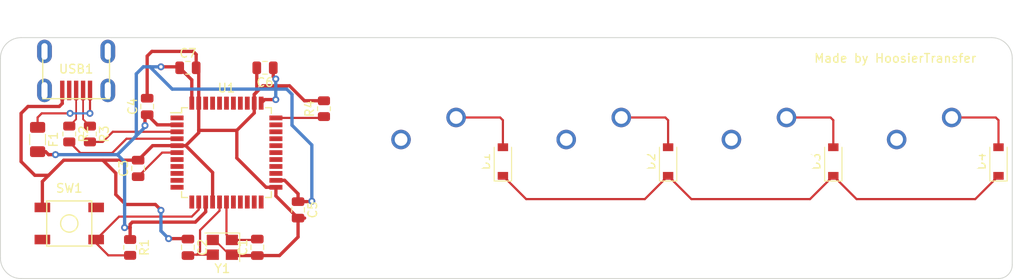
<source format=kicad_pcb>
(kicad_pcb (version 20211014) (generator pcbnew)
  (layers (0 "F.Cu" signal) (31 "B.Cu" signal) (34 "B.Paste" user) (35 "F.Paste" user) (36 "B.SilkS" user "B.Silkscreen") (37 "F.SilkS" user "F.Silkscreen") (38 "B.Mask" user) (39 "F.Mask" user) (44 "Edge.Cuts" user))
  (net 0 "")
  (net 1 "GND")
  (net 2 "Net-(C1-Pad2)")
  (net 3 "Net-(C2-Pad2)")
  (net 4 "Net-(C3-Pad1)")
  (net 5 "+5V")
  (net 6 "ROW0")
  (net 7 "Net-(D1-Pad2)")
  (net 8 "Net-(D2-Pad2)")
  (net 9 "Net-(D3-Pad2)")
  (net 10 "Net-(D4-Pad2)")
  (net 11 "VCC")
  (net 12 "COL0")
  (net 13 "COL1")
  (net 14 "COL2")
  (net 15 "COL3")
  (net 16 "Net-(R1-Pad2)")
  (net 17 "D+")
  (net 18 "Net-(R2-Pad2)")
  (net 19 "D-")
  (net 20 "Net-(R3-Pad2)")
  (net 21 "Net-(R4-Pad1)")
  (footprint "Capacitor_SMD:C_0805_2012Metric" (layer "F.Cu") (at 73.215 94.473 -90)
    (fp_text reference "C5" (at 0 -1.68 90) (layer "F.SilkS"))
    (fp_text value "0.1uF")
    (fp_line (start -0.261252 -0.735) (end 0.261252 -0.735) (layer "F.SilkS") (width 0.12))
    (fp_line (start -0.261252 0.735) (end 0.261252 0.735) (layer "F.SilkS") (width 0.12))
    (pad "1" smd roundrect (at -0.95 0 270) (size 1 1.45) (layers "F.Cu" "F.Paste" "F.Mask") (net 5 "+5V"))
    (pad "2" smd roundrect (at 0.95 0 270) (size 1 1.45) (layers "F.Cu" "F.Paste" "F.Mask") (net 1 "GND"))
  )
  (footprint "random-keyboard-parts:SKQG-1155865" (layer "F.Cu") (at 46.83125 96.04375 180)
    (fp_text reference "SW1" (at 0 4.064) (layer "F.SilkS"))
    (fp_text value "SW_Push")
    (fp_line (start -2.6 2.6) (end -2.6 -2.6) (layer "F.SilkS") (width 0.15))
    (fp_line (start 2.6 2.6) (end -2.6 2.6) (layer "F.SilkS") (width 0.15))
    (fp_line (start 2.6 -2.6) (end 2.6 2.6) (layer "F.SilkS") (width 0.15))
    (fp_line (start -2.6 -2.6) (end 2.6 -2.6) (layer "F.SilkS") (width 0.15))
    (fp_circle (center 0 0) (end 1 0) (layer "F.SilkS") (width 0.15) (fill none))
    (pad "1" smd rect locked (at 3.1 1.85 180) (size 1.8 1.1) (layers "F.Cu" "F.Paste" "F.Mask") (net 1 "GND"))
    (pad "2" smd rect locked (at -3.1 -1.85 180) (size 1.8 1.1) (layers "F.Cu" "F.Paste" "F.Mask") (net 16 "Net-(R1-Pad2)"))
    (pad "3" smd rect locked (at 3.1 -1.85 180) (size 1.8 1.1) (layers "F.Cu" "F.Paste" "F.Mask"))
    (pad "4" smd rect locked (at -3.1 1.85 180) (size 1.8 1.1) (layers "F.Cu" "F.Paste" "F.Mask"))
  )
  (footprint "Diode_SMD:D_SOD-123" (layer "F.Cu") (at 153.9875 88.9 90)
    (fp_text reference "D4" (at 0 -2 90) (layer "F.SilkS"))
    (fp_text value "SOD-123")
    (fp_line (start -2.25 -1) (end -2.25 1) (layer "F.SilkS") (width 0.12))
    (fp_line (start -2.25 1) (end 1.65 1) (layer "F.SilkS") (width 0.12))
    (fp_line (start -2.25 -1) (end 1.65 -1) (layer "F.SilkS") (width 0.12))
    (pad "1" smd rect (at -1.65 0 90) (size 0.9 1.2) (layers "F.Cu" "F.Paste" "F.Mask") (net 6 "ROW0"))
    (pad "2" smd rect (at 1.65 0 90) (size 0.9 1.2) (layers "F.Cu" "F.Paste" "F.Mask") (net 10 "Net-(D4-Pad2)"))
  )
  (footprint "Resistor_SMD:R_0805_2012Metric" (layer "F.Cu") (at 49.2125 85.725 -90)
    (fp_text reference "R3" (at 0 -1.65 90) (layer "F.SilkS"))
    (fp_text value "22")
    (fp_line (start -0.227064 -0.735) (end 0.227064 -0.735) (layer "F.SilkS") (width 0.12))
    (fp_line (start -0.227064 0.735) (end 0.227064 0.735) (layer "F.SilkS") (width 0.12))
    (pad "1" smd roundrect (at -0.9125 0 270) (size 1.025 1.4) (layers "F.Cu" "F.Paste" "F.Mask") (roundrect_rratio 0.243902) (net 19 "D-"))
    (pad "2" smd roundrect (at 0.9125 0 270) (size 1.025 1.4) (layers "F.Cu" "F.Paste" "F.Mask") (roundrect_rratio 0.243902) (net 20 "Net-(R3-Pad2)"))
  )
  (footprint "Capacitor_SMD:C_0805_2012Metric" (layer "F.Cu") (at 60.515 78.09)
    (fp_text reference "C7" (at 0 -1.68) (layer "F.SilkS"))
    (fp_text value "10uF")
    (fp_line (start -0.261252 0.735) (end 0.261252 0.735) (layer "F.SilkS") (width 0.12))
    (fp_line (start -0.261252 -0.735) (end 0.261252 -0.735) (layer "F.SilkS") (width 0.12))
    (pad "1" smd roundrect (at -0.95 0) (size 1 1.45) (layers "F.Cu" "F.Paste" "F.Mask") (net 5 "+5V"))
    (pad "2" smd roundrect (at 0.95 0) (size 1 1.45) (layers "F.Cu" "F.Paste" "F.Mask") (net 1 "GND"))
  )
  (footprint "Diode_SMD:D_SOD-123" (layer "F.Cu") (at 115.8875 88.9 90)
    (fp_text reference "D2" (at 0 -2 90) (layer "F.SilkS"))
    (fp_text value "SOD-123")
    (fp_line (start -2.25 -1) (end 1.65 -1) (layer "F.SilkS") (width 0.12))
    (fp_line (start -2.25 1) (end 1.65 1) (layer "F.SilkS") (width 0.12))
    (fp_line (start -2.25 -1) (end -2.25 1) (layer "F.SilkS") (width 0.12))
    (pad "1" smd rect (at -1.65 0 90) (size 0.9 1.2) (layers "F.Cu" "F.Paste" "F.Mask") (net 6 "ROW0"))
    (pad "2" smd rect (at 1.65 0 90) (size 0.9 1.2) (layers "F.Cu" "F.Paste" "F.Mask") (net 8 "Net-(D2-Pad2)"))
  )
  (footprint "MX_Only:MXOnly-1U-NoLED" (layer "F.Cu") (at 146.05 88.9)
    (fp_text reference "MX4")
    (fp_text value "MX-NoLED")
    (pad "" np_thru_hole circle locked (at 0 0) (size 3.9878 3.9878) (drill 3.9878) (layers *.Cu *.Mask))
    (pad "" np_thru_hole circle locked (at -5.08 0 48.0996) (size 1.75 1.75) (drill 1.75) (layers *.Cu *.Mask))
    (pad "" np_thru_hole circle locked (at 5.08 0 48.0996) (size 1.75 1.75) (drill 1.75) (layers *.Cu *.Mask))
    (pad "1" thru_hole circle locked (at -3.81 -2.54) (size 2.25 2.25) (drill 1.47) (layers *.Cu "B.Mask") (net 15 "COL3"))
    (pad "2" thru_hole circle locked (at 2.54 -5.08) (size 2.25 2.25) (drill 1.47) (layers *.Cu "B.Mask") (net 10 "Net-(D4-Pad2)"))
  )
  (footprint "Capacitor_SMD:C_0805_2012Metric" (layer "F.Cu") (at 68.516 98.791 90)
    (fp_text reference "C1" (at 0 -1.68 90) (layer "F.SilkS"))
    (fp_text value "22pF")
    (fp_line (start -0.261252 0.735) (end 0.261252 0.735) (layer "F.SilkS") (width 0.12))
    (fp_line (start -0.261252 -0.735) (end 0.261252 -0.735) (layer "F.SilkS") (width 0.12))
    (pad "1" smd roundrect (at -0.95 0 90) (size 1 1.45) (layers "F.Cu" "F.Paste" "F.Mask") (net 1 "GND"))
    (pad "2" smd roundrect (at 0.95 0 90) (size 1 1.45) (layers "F.Cu" "F.Paste" "F.Mask") (net 2 "Net-(C1-Pad2)"))
  )
  (footprint "Diode_SMD:D_SOD-123" (layer "F.Cu") (at 134.9375 88.9 90)
    (fp_text reference "D3" (at 0 -2 90) (layer "F.SilkS"))
    (fp_text value "SOD-123")
    (fp_line (start -2.25 1) (end 1.65 1) (layer "F.SilkS") (width 0.12))
    (fp_line (start -2.25 -1) (end -2.25 1) (layer "F.SilkS") (width 0.12))
    (fp_line (start -2.25 -1) (end 1.65 -1) (layer "F.SilkS") (width 0.12))
    (pad "1" smd rect (at -1.65 0 90) (size 0.9 1.2) (layers "F.Cu" "F.Paste" "F.Mask") (net 6 "ROW0"))
    (pad "2" smd rect (at 1.65 0 90) (size 0.9 1.2) (layers "F.Cu" "F.Paste" "F.Mask") (net 9 "Net-(D3-Pad2)"))
  )
  (footprint "Capacitor_SMD:C_0805_2012Metric" (layer "F.Cu") (at 54.76875 89.69375 90)
    (fp_text reference "C3" (at 0 -1.68 90) (layer "F.SilkS"))
    (fp_text value "1uF")
    (fp_line (start -0.261252 -0.735) (end 0.261252 -0.735) (layer "F.SilkS") (width 0.12))
    (fp_line (start -0.261252 0.735) (end 0.261252 0.735) (layer "F.SilkS") (width 0.12))
    (pad "1" smd roundrect (at -0.95 0 90) (size 1 1.45) (layers "F.Cu" "F.Paste" "F.Mask") (net 4 "Net-(C3-Pad1)"))
    (pad "2" smd roundrect (at 0.95 0 90) (size 1 1.45) (layers "F.Cu" "F.Paste" "F.Mask") (net 1 "GND"))
  )
  (footprint "MX_Only:MXOnly-1U-NoLED" (layer "F.Cu") (at 127 88.9)
    (fp_text reference "MX3")
    (fp_text value "MX-NoLED")
    (pad "" np_thru_hole circle locked (at 0 0) (size 3.9878 3.9878) (drill 3.9878) (layers *.Cu *.Mask))
    (pad "" np_thru_hole circle locked (at -5.08 0 48.0996) (size 1.75 1.75) (drill 1.75) (layers *.Cu *.Mask))
    (pad "" np_thru_hole circle locked (at 5.08 0 48.0996) (size 1.75 1.75) (drill 1.75) (layers *.Cu *.Mask))
    (pad "1" thru_hole circle locked (at -3.81 -2.54) (size 2.25 2.25) (drill 1.47) (layers *.Cu "B.Mask") (net 14 "COL2"))
    (pad "2" thru_hole circle locked (at 2.54 -5.08) (size 2.25 2.25) (drill 1.47) (layers *.Cu "B.Mask") (net 9 "Net-(D3-Pad2)"))
  )
  (footprint "MX_Only:MXOnly-1U-NoLED" (layer "F.Cu") (at 107.95 88.9)
    (fp_text reference "MX2")
    (fp_text value "MX-NoLED")
    (pad "" np_thru_hole circle locked (at -5.08 0 48.0996) (size 1.75 1.75) (drill 1.75) (layers *.Cu *.Mask))
    (pad "" np_thru_hole circle locked (at 0 0) (size 3.9878 3.9878) (drill 3.9878) (layers *.Cu *.Mask))
    (pad "" np_thru_hole circle locked (at 5.08 0 48.0996) (size 1.75 1.75) (drill 1.75) (layers *.Cu *.Mask))
    (pad "1" thru_hole circle locked (at -3.81 -2.54) (size 2.25 2.25) (drill 1.47) (layers *.Cu "B.Mask") (net 13 "COL1"))
    (pad "2" thru_hole circle locked (at 2.54 -5.08) (size 2.25 2.25) (drill 1.47) (layers *.Cu "B.Mask") (net 8 "Net-(D2-Pad2)"))
  )
  (footprint "Fuse:Fuse_1206_3216Metric" (layer "F.Cu") (at 43.18 86.36 -90)
    (fp_text reference "F1" (at 0 -1.82 90) (layer "F.SilkS"))
    (fp_text value "500mA")
    (fp_line (start -0.602064 -0.91) (end 0.602064 -0.91) (layer "F.SilkS") (width 0.12))
    (fp_line (start -0.602064 0.91) (end 0.602064 0.91) (layer "F.SilkS") (width 0.12))
    (pad "1" smd roundrect (at -1.4 0 270) (size 1.25 1.75) (layers "F.Cu" "F.Paste" "F.Mask") (roundrect_rratio 0.2) (net 11 "VCC"))
    (pad "2" smd roundrect (at 1.4 0 270) (size 1.25 1.75) (layers "F.Cu" "F.Paste" "F.Mask") (roundrect_rratio 0.2) (net 5 "+5V"))
  )
  (footprint "Resistor_SMD:R_0805_2012Metric" (layer "F.Cu") (at 53.848 98.806 -90)
    (fp_text reference "R1" (at 0 -1.65 90) (layer "F.SilkS"))
    (fp_text value "10k")
    (fp_line (start -0.227064 0.735) (end 0.227064 0.735) (layer "F.SilkS") (width 0.12))
    (fp_line (start -0.227064 -0.735) (end 0.227064 -0.735) (layer "F.SilkS") (width 0.12))
    (pad "1" smd roundrect (at -0.9125 0 270) (size 1.025 1.4) (layers "F.Cu" "F.Paste" "F.Mask") (roundrect_rratio 0.243902) (net 5 "+5V"))
    (pad "2" smd roundrect (at 0.9125 0 270) (size 1.025 1.4) (layers "F.Cu" "F.Paste" "F.Mask") (roundrect_rratio 0.243902) (net 16 "Net-(R1-Pad2)"))
  )
  (footprint "Capacitor_SMD:C_0805_2012Metric" (layer "F.Cu") (at 55.816 82.55 90)
    (fp_text reference "C4" (at 0 -1.68 90) (layer "F.SilkS"))
    (fp_text value "0.1uF")
    (fp_line (start -0.261252 0.735) (end 0.261252 0.735) (layer "F.SilkS") (width 0.12))
    (fp_line (start -0.261252 -0.735) (end 0.261252 -0.735) (layer "F.SilkS") (width 0.12))
    (pad "1" smd roundrect (at -0.95 0 90) (size 1 1.45) (layers "F.Cu" "F.Paste" "F.Mask") (net 5 "+5V"))
    (pad "2" smd roundrect (at 0.95 0 90) (size 1 1.45) (layers "F.Cu" "F.Paste" "F.Mask") (net 1 "GND"))
  )
  (footprint "Package_QFP:TQFP-44_10x10mm_P0.8mm" (layer "F.Cu") (at 64.96 87.869)
    (fp_text reference "U1" (at 0 -7.45) (layer "F.SilkS"))
    (fp_text value "ATmega32U4-A")
    (fp_line (start -5.175 5.175) (end -4.5 5.175) (layer "F.SilkS") (width 0.15))
    (fp_line (start -5.175 5.175) (end -5.175 4.5) (layer "F.SilkS") (width 0.15))
    (fp_line (start -5.175 -5.175) (end -4.5 -5.175) (layer "F.SilkS") (width 0.15))
    (fp_line (start -5.175 -4.6) (end -6.45 -4.6) (layer "F.SilkS") (width 0.15))
    (fp_line (start 5.175 5.175) (end 4.5 5.175) (layer "F.SilkS") (width 0.15))
    (fp_line (start 5.175 5.175) (end 5.175 4.5) (layer "F.SilkS") (width 0.15))
    (fp_line (start 5.175 -5.175) (end 4.5 -5.175) (layer "F.SilkS") (width 0.15))
    (fp_line (start 5.175 -5.175) (end 5.175 -4.5) (layer "F.SilkS") (width 0.15))
    (fp_line (start -5.175 -5.175) (end -5.175 -4.6) (layer "F.SilkS") (width 0.15))
    (pad "1" smd rect (at -5.7 -4) (size 1.5 0.55) (layers "F.Cu" "F.Paste" "F.Mask"))
    (pad "2" smd rect (at -5.7 -3.2) (size 1.5 0.55) (layers "F.Cu" "F.Paste" "F.Mask") (net 5 "+5V"))
    (pad "3" smd rect (at -5.7 -2.4) (size 1.5 0.55) (layers "F.Cu" "F.Paste" "F.Mask") (net 20 "Net-(R3-Pad2)"))
    (pad "4" smd rect (at -5.7 -1.6) (size 1.5 0.55) (layers "F.Cu" "F.Paste" "F.Mask") (net 18 "Net-(R2-Pad2)"))
    (pad "5" smd rect (at -5.7 -0.8) (size 1.5 0.55) (layers "F.Cu" "F.Paste" "F.Mask") (net 1 "GND"))
    (pad "6" smd rect (at -5.7 0) (size 1.5 0.55) (layers "F.Cu" "F.Paste" "F.Mask") (net 4 "Net-(C3-Pad1)"))
    (pad "7" smd rect (at -5.7 0.8) (size 1.5 0.55) (layers "F.Cu" "F.Paste" "F.Mask") (net 5 "+5V"))
    (pad "8" smd rect (at -5.7 1.6) (size 1.5 0.55) (layers "F.Cu" "F.Paste" "F.Mask"))
    (pad "9" smd rect (at -5.7 2.4) (size 1.5 0.55) (layers "F.Cu" "F.Paste" "F.Mask"))
    (pad "10" smd rect (at -5.7 3.2) (size 1.5 0.55) (layers "F.Cu" "F.Paste" "F.Mask"))
    (pad "11" smd rect (at -5.7 4) (size 1.5 0.55) (layers "F.Cu" "F.Paste" "F.Mask") (net 15 "COL3"))
    (pad "12" smd rect (at -4 5.7 90) (size 1.5 0.55) (layers "F.Cu" "F.Paste" "F.Mask"))
    (pad "13" smd rect (at -3.2 5.7 90) (size 1.5 0.55) (layers "F.Cu" "F.Paste" "F.Mask") (net 16 "Net-(R1-Pad2)"))
    (pad "14" smd rect (at -2.4 5.7 90) (size 1.5 0.55) (layers "F.Cu" "F.Paste" "F.Mask") (net 5 "+5V"))
    (pad "15" smd rect (at -1.6 5.7 90) (size 1.5 0.55) (layers "F.Cu" "F.Paste" "F.Mask") (net 1 "GND"))
    (pad "16" smd rect (at -0.8 5.7 90) (size 1.5 0.55) (layers "F.Cu" "F.Paste" "F.Mask") (net 3 "Net-(C2-Pad2)"))
    (pad "17" smd rect (at 0 5.7 90) (size 1.5 0.55) (layers "F.Cu" "F.Paste" "F.Mask") (net 2 "Net-(C1-Pad2)"))
    (pad "18" smd rect (at 0.8 5.7 90) (size 1.5 0.55) (layers "F.Cu" "F.Paste" "F.Mask"))
    (pad "19" smd rect (at 1.6 5.7 90) (size 1.5 0.55) (layers "F.Cu" "F.Paste" "F.Mask"))
    (pad "20" smd rect (at 2.4 5.7 90) (size 1.5 0.55) (layers "F.Cu" "F.Paste" "F.Mask"))
    (pad "21" smd rect (at 3.2 5.7 90) (size 1.5 0.55) (layers "F.Cu" "F.Paste" "F.Mask"))
    (pad "22" smd rect (at 4 5.7 90) (size 1.5 0.55) (layers "F.Cu" "F.Paste" "F.Mask"))
    (pad "23" smd rect (at 5.7 4) (size 1.5 0.55) (layers "F.Cu" "F.Paste" "F.Mask") (net 1 "GND"))
    (pad "24" smd rect (at 5.7 3.2) (size 1.5 0.55) (layers "F.Cu" "F.Paste" "F.Mask") (net 5 "+5V"))
    (pad "25" smd rect (at 5.7 2.4) (size 1.5 0.55) (layers "F.Cu" "F.Paste" "F.Mask"))
    (pad "26" smd rect (at 5.7 1.6) (size 1.5 0.55) (layers "F.Cu" "F.Paste" "F.Mask"))
    (pad "27" smd rect (at 5.7 0.8) (size 1.5 0.55) (layers "F.Cu" "F.Paste" "F.Mask") (net 6 "ROW0"))
    (pad "28" smd rect (at 5.7 0) (size 1.5 0.55) (layers "F.Cu" "F.Paste" "F.Mask") (net 14 "COL2"))
    (pad "29" smd rect (at 5.7 -0.8) (size 1.5 0.55) (layers "F.Cu" "F.Paste" "F.Mask") (net 13 "COL1"))
    (pad "30" smd rect (at 5.7 -1.6) (size 1.5 0.55) (layers "F.Cu" "F.Paste" "F.Mask") (net 12 "COL0"))
    (pad "31" smd rect (at 5.7 -2.4) (size 1.5 0.55) (layers "F.Cu" "F.Paste" "F.Mask"))
    (pad "32" smd rect (at 5.7 -3.2) (size 1.5 0.55) (layers "F.Cu" "F.Paste" "F.Mask"))
    (pad "33" smd rect (at 5.7 -4) (size 1.5 0.55) (layers "F.Cu" "F.Paste" "F.Mask") (net 21 "Net-(R4-Pad1)"))
    (pad "34" smd rect (at 4 -5.7 90) (size 1.5 0.55) (layers "F.Cu" "F.Paste" "F.Mask") (net 5 "+5V"))
    (pad "35" smd rect (at 3.2 -5.7 90) (size 1.5 0.55) (layers "F.Cu" "F.Paste" "F.Mask") (net 1 "GND"))
    (pad "36" smd rect (at 2.4 -5.7 90) (size 1.5 0.55) (layers "F.Cu" "F.Paste" "F.Mask"))
    (pad "37" smd rect (at 1.6 -5.7 90) (size 1.5 0.55) (layers "F.Cu" "F.Paste" "F.Mask"))
    (pad "38" smd rect (at 0.8 -5.7 90) (size 1.5 0.55) (layers "F.Cu" "F.Paste" "F.Mask"))
    (pad "39" smd rect (at 0 -5.7 90) (size 1.5 0.55) (layers "F.Cu" "F.Paste" "F.Mask"))
    (pad "40" smd rect (at -0.8 -5.7 90) (size 1.5 0.55) (layers "F.Cu" "F.Paste" "F.Mask"))
    (pad "41" smd rect (at -1.6 -5.7 90) (size 1.5 0.55) (layers "F.Cu" "F.Paste" "F.Mask"))
    (pad "42" smd rect (at -2.4 -5.7 90) (size 1.5 0.55) (layers "F.Cu" "F.Paste" "F.Mask"))
    (pad "43" smd rect (at -3.2 -5.7 90) (size 1.5 0.55) (layers "F.Cu" "F.Paste" "F.Mask") (net 1 "GND"))
    (pad "44" smd rect (at -4 -5.7 90) (size 1.5 0.55) (layers "F.Cu" "F.Paste" "F.Mask") (net 5 "+5V"))
  )
  (footprint "Capacitor_SMD:C_0805_2012Metric" (layer "F.Cu") (at 69.405 78.09 180)
    (fp_text reference "C6" (at 0 -1.68) (layer "F.SilkS"))
    (fp_text value "0.1uF")
    (fp_line (start -0.261252 -0.735) (end 0.261252 -0.735) (layer "F.SilkS") (width 0.12))
    (fp_line (start -0.261252 0.735) (end 0.261252 0.735) (layer "F.SilkS") (width 0.12))
    (pad "1" smd roundrect (at -0.95 0 180) (size 1 1.45) (layers "F.Cu" "F.Paste" "F.Mask") (net 5 "+5V"))
    (pad "2" smd roundrect (at 0.95 0 180) (size 1 1.45) (layers "F.Cu" "F.Paste" "F.Mask") (net 1 "GND"))
  )
  (footprint "random-keyboard-parts:Molex-0548190589" (layer "F.Cu") (at 47.625 76.2 -90)
    (fp_text reference "USB1" (at 2.032 0) (layer "F.SilkS"))
    (fp_text value "Molex-0548190589")
    (fp_line (start 0 3.85) (end 5.45 3.85) (layer "F.SilkS") (width 0.15))
    (fp_line (start 0 -3.85) (end 5.45 -3.85) (layer "F.SilkS") (width 0.15))
    (fp_line (start 5.45 -3.85) (end 5.45 3.85) (layer "F.SilkS") (width 0.15))
    (pad "1" smd rect locked (at 4.5 1.6 270) (size 2.25 0.5) (layers "F.Cu" "F.Paste" "F.Mask") (net 1 "GND"))
    (pad "2" smd rect locked (at 4.5 0.8 270) (size 2.25 0.5) (layers "F.Cu" "F.Paste" "F.Mask"))
    (pad "3" smd rect locked (at 4.5 0 270) (size 2.25 0.5) (layers "F.Cu" "F.Paste" "F.Mask") (net 17 "D+"))
    (pad "4" smd rect locked (at 4.5 -0.8 270) (size 2.25 0.5) (layers "F.Cu" "F.Paste" "F.Mask") (net 19 "D-"))
    (pad "5" smd rect locked (at 4.5 -1.6 270) (size 2.25 0.5) (layers "F.Cu" "F.Paste" "F.Mask") (net 11 "VCC"))
    (pad "6" thru_hole oval locked (at 0 3.65 270) (size 2.7 1.7) (drill oval 1.9 0.7) (layers *.Cu *.Mask))
    (pad "6" thru_hole oval locked (at 0 -3.65 270) (size 2.7 1.7) (drill oval 1.9 0.7) (layers *.Cu *.Mask))
    (pad "6" thru_hole oval locked (at 4.5 -3.65 270) (size 2.7 1.7) (drill oval 1.9 0.7) (layers *.Cu *.Mask))
    (pad "6" thru_hole oval locked (at 4.5 3.65 270) (size 2.7 1.7) (drill oval 1.9 0.7) (layers *.Cu *.Mask))
  )
  (footprint "Diode_SMD:D_SOD-123" (layer "F.Cu") (at 96.8375 88.9 90)
    (fp_text reference "D1" (at 0 -2 90) (layer "F.SilkS"))
    (fp_text value "SOD-123")
    (fp_line (start -2.25 1) (end 1.65 1) (layer "F.SilkS") (width 0.12))
    (fp_line (start -2.25 -1) (end 1.65 -1) (layer "F.SilkS") (width 0.12))
    (fp_line (start -2.25 -1) (end -2.25 1) (layer "F.SilkS") (width 0.12))
    (pad "1" smd rect (at -1.65 0 90) (size 0.9 1.2) (layers "F.Cu" "F.Paste" "F.Mask") (net 6 "ROW0"))
    (pad "2" smd rect (at 1.65 0 90) (size 0.9 1.2) (layers "F.Cu" "F.Paste" "F.Mask") (net 7 "Net-(D1-Pad2)"))
  )
  (footprint "Capacitor_SMD:C_0805_2012Metric" (layer "F.Cu") (at 60.515 98.791 -90)
    (fp_text reference "C2" (at 0 -1.68 90) (layer "F.SilkS"))
    (fp_text value "22pF")
    (fp_line (start -0.261252 0.735) (end 0.261252 0.735) (layer "F.SilkS") (width 0.12))
    (fp_line (start -0.261252 -0.735) (end 0.261252 -0.735) (layer "F.SilkS") (width 0.12))
    (pad "1" smd roundrect (at -0.95 0 270) (size 1 1.45) (layers "F.Cu" "F.Paste" "F.Mask") (net 1 "GND"))
    (pad "2" smd roundrect (at 0.95 0 270) (size 1 1.45) (layers "F.Cu" "F.Paste" "F.Mask") (net 3 "Net-(C2-Pad2)"))
  )
  (footprint "MX_Only:MXOnly-1U-NoLED" (layer "F.Cu") (at 88.9 88.9)
    (fp_text reference "MX1")
    (fp_text value "MX-NoLED")
    (pad "" np_thru_hole circle locked (at -5.08 0 48.0996) (size 1.75 1.75) (drill 1.75) (layers *.Cu *.Mask))
    (pad "" np_thru_hole circle locked (at 5.08 0 48.0996) (size 1.75 1.75) (drill 1.75) (layers *.Cu *.Mask))
    (pad "" np_thru_hole circle locked (at 0 0) (size 3.9878 3.9878) (drill 3.9878) (layers *.Cu *.Mask))
    (pad "1" thru_hole circle locked (at -3.81 -2.54) (size 2.25 2.25) (drill 1.47) (layers *.Cu "B.Mask") (net 12 "COL0"))
    (pad "2" thru_hole circle locked (at 2.54 -5.08) (size 2.25 2.25) (drill 1.47) (layers *.Cu "B.Mask") (net 7 "Net-(D1-Pad2)"))
  )
  (footprint "Crystal:Crystal_SMD_3225-4Pin_3.2x2.5mm" (layer "F.Cu") (at 64.48375 98.791 180)
    (fp_text reference "Y1" (at 0 -2.45) (layer "F.SilkS"))
    (fp_text value "16MHz")
    (fp_line (start -2 -1.65) (end -2 1.65) (layer "F.SilkS") (width 0.12))
    (fp_line (start -2 1.65) (end 2 1.65) (layer "F.SilkS") (width 0.12))
    (pad "1" smd rect (at -1.1 0.85 180) (size 1.4 1.2) (layers "F.Cu" "F.Paste" "F.Mask") (net 2 "Net-(C1-Pad2)"))
    (pad "2" smd rect (at 1.1 0.85 180) (size 1.4 1.2) (layers "F.Cu" "F.Paste" "F.Mask") (net 1 "GND"))
    (pad "3" smd rect (at 1.1 -0.85 180) (size 1.4 1.2) (layers "F.Cu" "F.Paste" "F.Mask") (net 3 "Net-(C2-Pad2)"))
    (pad "4" smd rect (at -1.1 -0.85 180) (size 1.4 1.2) (layers "F.Cu" "F.Paste" "F.Mask") (net 1 "GND"))
  )
  (footprint "Resistor_SMD:R_0805_2012Metric" (layer "F.Cu") (at 46.83125 85.725 -90)
    (fp_text reference "R2" (at 0 -1.65 90) (layer "F.SilkS"))
    (fp_text value "22")
    (fp_line (start -0.227064 0.735) (end 0.227064 0.735) (layer "F.SilkS") (width 0.12))
    (fp_line (start -0.227064 -0.735) (end 0.227064 -0.735) (layer "F.SilkS") (width 0.12))
    (pad "1" smd roundrect (at -0.9125 0 270) (size 1.025 1.4) (layers "F.Cu" "F.Paste" "F.Mask") (roundrect_rratio 0.243902) (net 17 "D+"))
    (pad "2" smd roundrect (at 0.9125 0 270) (size 1.025 1.4) (layers "F.Cu" "F.Paste" "F.Mask") (roundrect_rratio 0.243902) (net 18 "Net-(R2-Pad2)"))
  )
  (footprint "Resistor_SMD:R_0805_2012Metric" (layer "F.Cu") (at 76.2 82.804 90)
    (fp_text reference "R4" (at 0 -1.65 90) (layer "F.SilkS"))
    (fp_text value "10k")
    (fp_line (start -0.227064 0.735) (end 0.227064 0.735) (layer "F.SilkS") (width 0.12))
    (fp_line (start -0.227064 -0.735) (end 0.227064 -0.735) (layer "F.SilkS") (width 0.12))
    (pad "1" smd roundrect (at -0.9125 0 90) (size 1.025 1.4) (layers "F.Cu" "F.Paste" "F.Mask") (roundrect_rratio 0.243902) (net 21 "Net-(R4-Pad1)"))
    (pad "2" smd roundrect (at 0.9125 0 90) (size 1.025 1.4) (layers "F.Cu" "F.Paste" "F.Mask") (roundrect_rratio 0.243902) (net 1 "GND"))
  )
  (gr_line (start 155.575 76.99375) (end 155.575 100.80625) (layer "Edge.Cuts") (width 0.1))
  (gr_line (start 41.275 74.6125) (end 153.19375 74.6125) (layer "Edge.Cuts") (width 0.1))
  (gr_arc (start 38.89375 76.99375) (mid 39.591202 75.309952) (end 41.275 74.6125) (layer "Edge.Cuts") (width 0.1))
  (gr_line (start 38.89375 76.99375) (end 38.89375 100.0125) (layer "Edge.Cuts") (width 0.1))
  (gr_arc (start 153.19375 74.6125) (mid 154.877548 75.309952) (end 155.575 76.99375) (layer "Edge.Cuts") (width 0.1))
  (gr_arc (start 155.575 100.80625) (mid 155.110032 101.928782) (end 153.9875 102.39375) (layer "Edge.Cuts") (width 0.1))
  (gr_line (start 41.275 102.39375) (end 153.9875 102.39375) (layer "Edge.Cuts") (width 0.1))
  (gr_arc (start 41.275 102.39375) (mid 39.591202 101.696298) (end 38.89375 100.0125) (layer "Edge.Cuts") (width 0.1))
  (gr_text "Made by HoosierTransfer" (at 142.08125 76.99375) (layer "F.SilkS") (effects (font (size 1 1))))
  (segment (start 73.215 95.423) (end 73.969936 95.423) (width 0.381) (layer "F.Cu") (net 1))
  (segment (start 46.025 82.206) (end 45.681 82.55) (width 0.381) (layer "F.Cu") (net 1))
  (segment (start 60.464 97.79) (end 60.515 97.841) (width 0.381) (layer "F.Cu") (net 1))
  (segment (start 45.681 82.55) (end 42.06875 82.55) (width 0.381) (layer "F.Cu") (net 1))
  (segment (start 73.215 97.6) (end 73.215 95.423) (width 0.381) (layer "F.Cu") (net 1))
  (segment (start 63.58695 97.941) (end 65.28695 99.641) (width 0.2032) (layer "F.Cu") (net 1))
  (segment (start 68.16 82.169) (end 68.16 83.3) (width 0.381) (layer "F.Cu") (net 1))
  (segment (start 44.45 90.4875) (end 43.73125 91.20625) (width 0.381) (layer "F.Cu") (net 1))
  (segment (start 56.769 93.853) (end 57.404 94.488) (width 0.381) (layer "F.Cu") (net 1))
  (segment (start 61.76 85.306) (end 61.76 85.575) (width 0.381) (layer "F.Cu") (net 1))
  (segment (start 66.154 85.306) (end 61.76 85.306) (width 0.381) (layer "F.Cu") (net 1))
  (segment (start 56.4435 87.069) (end 59.26 87.069) (width 0.381) (layer "F.Cu") (net 1))
  (segment (start 72.23125 80.16875) (end 69.15425 80.16875) (width 0.381) (layer "F.Cu") (net 1))
  (segment (start 61.76 85.575) (end 60.266 87.069) (width 0.381) (layer "F.Cu") (net 1))
  (segment (start 50.70225 88.74375) (end 52.197 90.2385) (width 0.381) (layer "F.Cu") (net 1))
  (segment (start 68.516 99.741) (end 65.68375 99.741) (width 0.381) (layer "F.Cu") (net 1))
  (segment (start 46.025 80.7) (end 46.025 82.206) (width 0.381) (layer "F.Cu") (net 1))
  (segment (start 65.20275 99.641) (end 65.58375 99.641) (width 0.381) (layer "F.Cu") (net 1))
  (segment (start 63.383744 97.941003) (end 63.38375 97.941) (width 0.2032) (layer "F.Cu") (net 1))
  (segment (start 70.66 91.869) (end 69.529 91.869) (width 0.381) (layer "F.Cu") (net 1))
  (segment (start 61.465 78.09) (end 61.76 78.385) (width 0.381) (layer "F.Cu") (net 1))
  (segment (start 63.38375 97.941) (end 63.80975 97.941) (width 0.381) (layer "F.Cu") (net 1))
  (segment (start 54.76875 88.74375) (end 56.4435 87.069) (width 0.381) (layer "F.Cu") (net 1))
  (segment (start 41.275 88.9) (end 42.8625 90.4875) (width 0.381) (layer "F.Cu") (net 1))
  (segment (start 55.816 81.6) (end 55.816 76.74025) (width 0.381) (layer "F.Cu") (net 1))
  (segment (start 53.34 93.853) (end 56.769 93.853) (width 0.381) (layer "F.Cu") (net 1))
  (segment (start 68.516 99.741) (end 71.074 99.741) (width 0.381) (layer "F.Cu") (net 1))
  (segment (start 55.816 76.74025) (end 56.35625 76.2) (width 0.381) (layer "F.Cu") (net 1))
  (segment (start 68.16 81.163) (end 68.16 82.169) (width 0.381) (layer "F.Cu") (net 1))
  (segment (start 68.455 78.09) (end 68.455 80.868) (width 0.381) (layer "F.Cu") (net 1))
  (segment (start 46.19375 88.74375) (end 44.45 90.4875) (width 0.381) (layer "F.Cu") (net 1))
  (segment (start 65.68375 99.741) (end 65.58375 99.641) (width 0.381) (layer "F.Cu") (net 1))
  (segment (start 61.76 78.385) (end 61.76 82.169) (width 0.381) (layer "F.Cu") (net 1))
  (segment (start 65.28695 99.641) (end 65.58375 99.641) (width 0.2032) (layer "F.Cu") (net 1))
  (segment (start 52.197 90.2385) (end 52.197 92.71) (width 0.381) (layer "F.Cu") (net 1))
  (segment (start 61.11875 76.2) (end 61.465 76.54625) (width 0.381) (layer "F.Cu") (net 1))
  (segment (start 60.266 87.069) (end 59.26 87.069) (width 0.381) (layer "F.Cu") (net 1))
  (segment (start 50.70225 88.74375) (end 46.19375 88.74375) (width 0.381) (layer "F.Cu") (net 1))
  (segment (start 52.197 92.71) (end 53.34 93.853) (width 0.381) (layer "F.Cu") (net 1))
  (segment (start 73.954 81.8915) (end 72.23125 80.16875) (width 0.381) (layer "F.Cu") (net 1))
  (segment (start 68.455 80.868) (end 68.3115 81.0115) (width 0.381) (layer "F.Cu") (net 1))
  (segment (start 73.215 95.423) (end 70.66 92.868) (width 0.381) (layer "F.Cu") (net 1))
  (segment (start 60.615 97.941) (end 60.515 97.841) (width 0.2032) (layer "F.Cu") (net 1))
  (segment (start 71.074 99.741) (end 73.215 97.6) (width 0.381) (layer "F.Cu") (net 1))
  (segment (start 56.35625 76.2) (end 61.11875 76.2) (width 0.381) (layer "F.Cu") (net 1))
  (segment (start 69.15425 80.16875) (end 68.3115 81.0115) (width 0.381) (layer "F.Cu") (net 1))
  (segment (start 61.76 82.169) (end 61.76 85.306) (width 0.381) (layer "F.Cu") (net 1))
  (segment (start 61.465 76.54625) (end 61.465 78.09) (width 0.381) (layer "F.Cu") (net 1))
  (segment (start 54.76875 88.74375) (end 50.70225 88.74375) (width 0.381) (layer "F.Cu") (net 1))
  (segment (start 68.3115 81.0115) (end 68.16 81.163) (width 0.381) (layer "F.Cu") (net 1))
  (segment (start 68.16 83.3) (end 66.154 85.306) (width 0.381) (layer "F.Cu") (net 1))
  (segment (start 63.36 90.163) (end 60.266 87.069) (width 0.381) (layer "F.Cu") (net 1))
  (segment (start 68.7875 100.0125) (end 68.516 99.741) (width 0.381) (layer "F.Cu") (net 1))
  (segment (start 63.38375 97.941) (end 63.58695 97.941) (width 0.2032) (layer "F.Cu") (net 1))
  (segment (start 69.529 91.869) (end 66.154 88.494) (width 0.381) (layer "F.Cu") (net 1))
  (segment (start 58.293 97.79) (end 60.464 97.79) (width 0.381) (layer "F.Cu") (net 1))
  (segment (start 42.8625 90.4875) (end 44.45 90.4875) (width 0.381) (layer "F.Cu") (net 1))
  (segment (start 70.66 92.868) (end 70.66 91.869) (width 0.381) (layer "F.Cu") (net 1))
  (segment (start 57.404 94.488) (end 57.404 94.5255) (width 0.381) (layer "F.Cu") (net 1))
  (segment (start 76.2 81.8915) (end 73.954 81.8915) (width 0.381) (layer "F.Cu") (net 1))
  (segment (start 41.275 83.34375) (end 41.275 88.9) (width 0.381) (layer "F.Cu") (net 1))
  (segment (start 63.36 93.569) (end 63.36 90.163) (width 0.381) (layer "F.Cu") (net 1))
  (segment (start 42.06875 82.55) (end 41.275 83.34375) (width 0.381) (layer "F.Cu") (net 1))
  (segment (start 66.154 88.494) (end 66.154 85.306) (width 0.381) (layer "F.Cu") (net 1))
  (segment (start 43.73125 91.20625) (end 43.73125 94.19375) (width 0.381) (layer "F.Cu") (net 1))
  (via (at 58.293 97.79) (size 0.8) (drill 0.4) (layers "F.Cu" "B.Cu") (net 1))
  (via (at 57.404 94.5255) (size 0.8) (drill 0.4) (layers "F.Cu" "B.Cu") (net 1))
  (segment (start 57.404 96.901) (end 58.293 97.79) (width 0.381) (layer "B.Cu") (net 1))
  (segment (start 57.404 94.5255) (end 57.404 96.901) (width 0.381) (layer "B.Cu") (net 1))
  (segment (start 68.416 97.941) (end 68.516 97.841) (width 0.25) (layer "F.Cu") (net 2))
  (segment (start 64.96 97.31725) (end 64.96 93.569) (width 0.25) (layer "F.Cu") (net 2))
  (segment (start 65.58375 97.941) (end 68.416 97.941) (width 0.25) (layer "F.Cu") (net 2))
  (segment (start 65.58375 97.941) (end 64.96 97.31725) (width 0.25) (layer "F.Cu") (net 2))
  (segment (start 64.16 93.569) (end 64.16 94.569) (width 0.25) (layer "F.Cu") (net 3))
  (segment (start 63.38375 99.641) (end 61.541 99.641) (width 0.25) (layer "F.Cu") (net 3))
  (segment (start 61.9125 96.8165) (end 61.9125 99.2695) (width 0.25) (layer "F.Cu") (net 3))
  (segment (start 64.16 94.569) (end 61.9125 96.8165) (width 0.25) (layer "F.Cu") (net 3))
  (segment (start 61.541 99.641) (end 60.615 99.641) (width 0.25) (layer "F.Cu") (net 3))
  (segment (start 61.9125 99.2695) (end 61.541 99.641) (width 0.25) (layer "F.Cu") (net 3))
  (segment (start 60.615 99.641) (end 60.515 99.741) (width 0.25) (layer "F.Cu") (net 3))
  (segment (start 54.76875 90.64375) (end 57.5435 87.869) (width 0.25) (layer "F.Cu") (net 4))
  (segment (start 57.5435 87.869) (end 59.26 87.869) (width 0.25) (layer "F.Cu") (net 4))
  (segment (start 70.355 79.09) (end 70.64375 79.37875) (width 0.381) (layer "F.Cu") (net 5))
  (segment (start 73.2675 93.5755) (end 73.215 93.523) (width 0.381) (layer "F.Cu") (net 5))
  (segment (start 71.666 91.069) (end 70.66 91.069) (width 0.381) (layer "F.Cu") (net 5))
  (segment (start 73.215 92.618) (end 71.666 91.069) (width 0.381) (layer "F.Cu") (net 5))
  (segment (start 44.45 88.10625) (end 45.24375 88.10625) (width 0.381) (layer "F.Cu") (net 5))
  (segment (start 60.96 79.485) (end 60.96 82.169) (width 0.381) (layer "F.Cu") (net 5))
  (segment (start 57.404 77.978) (end 59.453 77.978) (width 0.381) (layer "F.Cu") (net 5))
  (segment (start 62.56 93.569) (end 62.56 94.7) (width 0.381) (layer "F.Cu") (net 5))
  (segment (start 55.816 83.5) (end 56.985 84.669) (width 0.381) (layer "F.Cu") (net 5))
  (segment (start 55.5625 83.7535) (end 55.816 83.5) (width 0.381) (layer "F.Cu") (net 5))
  (segment (start 69.37275 81.75625) (end 68.96 82.169) (width 0.381) (layer "F.Cu") (net 5))
  (segment (start 55.5625 84.7445) (end 55.5625 83.7535) (width 0.381) (layer "F.Cu") (net 5))
  (segment (start 44.10375 87.76) (end 44.45 88.10625) (width 0.381) (layer "F.Cu") (net 5))
  (segment (start 74.752 93.523) (end 74.803 93.472) (width 0.381) (layer "F.Cu") (net 5))
  (segment (start 43.18 87.76) (end 44.10375 87.76) (width 0.381) (layer "F.Cu") (net 5))
  (segment (start 56.985 84.669) (end 59.26 84.669) (width 0.381) (layer "F.Cu") (net 5))
  (segment (start 53.848 96.52) (end 53.213 96.52) (width 0.381) (layer "F.Cu") (net 5))
  (segment (start 59.565 78.09) (end 60.96 79.485) (width 0.381) (layer "F.Cu") (net 5))
  (segment (start 61.375 95.885) (end 54.102 95.885) (width 0.381) (layer "F.Cu") (net 5))
  (segment (start 53.848 96.139) (end 53.848 96.52) (width 0.381) (layer "F.Cu") (net 5))
  (segment (start 70.64375 81.75625) (end 69.37275 81.75625) (width 0.381) (layer "F.Cu") (net 5))
  (segment (start 54.102 95.885) (end 53.848 96.139) (width 0.381) (layer "F.Cu") (net 5))
  (segment (start 53.848 96.52) (end 53.848 97.8935) (width 0.381) (layer "F.Cu") (net 5))
  (segment (start 59.453 77.978) (end 59.565 78.09) (width 0.381) (layer "F.Cu") (net 5))
  (segment (start 62.56 94.7) (end 61.375 95.885) (width 0.381) (layer "F.Cu") (net 5))
  (segment (start 73.215 93.523) (end 74.752 93.523) (width 0.381) (layer "F.Cu") (net 5))
  (segment (start 73.215 93.523) (end 73.215 92.618) (width 0.381) (layer "F.Cu") (net 5))
  (segment (start 70.355 78.09) (end 70.355 79.09) (width 0.381) (layer "F.Cu") (net 5))
  (via (at 57.404 77.978) (size 0.8) (drill 0.4) (layers "F.Cu" "B.Cu") (net 5))
  (via (at 55.5625 84.7445) (size 0.8) (drill 0.4) (layers "F.Cu" "B.Cu") (net 5))
  (via (at 70.64375 79.37875) (size 0.8) (drill 0.4) (layers "F.Cu" "B.Cu") (net 5))
  (via (at 70.64375 81.75625) (size 0.8) (drill 0.4) (layers "F.Cu" "B.Cu") (net 5))
  (via (at 74.803 93.472) (size 0.8) (drill 0.4) (layers "F.Cu" "B.Cu") (net 5))
  (via (at 45.24375 88.10625) (size 0.8) (drill 0.4) (layers "F.Cu" "B.Cu") (net 5))
  (via (at 53.213 96.52) (size 0.8) (drill 0.4) (layers "F.Cu" "B.Cu") (net 5))
  (segment (start 72.517 84.709) (end 72.517 81.153) (width 0.381) (layer "B.Cu") (net 5))
  (segment (start 70.64375 80.54975) (end 58.70575 80.54975) (width 0.381) (layer "B.Cu") (net 5))
  (segment (start 70.64375 80.54975) (end 70.64375 81.75625) (width 0.381) (layer "B.Cu") (net 5))
  (segment (start 72.517 81.153) (end 71.91375 80.54975) (width 0.381) (layer "B.Cu") (net 5))
  (segment (start 52.3875 88.10625) (end 54.562375 85.931375) (width 0.381) (layer "B.Cu") (net 5))
  (segment (start 74.803 86.995) (end 72.517 84.709) (width 0.381) (layer "B.Cu") (net 5))
  (segment (start 54.562375 85.931375) (end 55.5625 84.93125) (width 0.381) (layer "B.Cu") (net 5))
  (segment (start 58.70575 80.54975) (end 56.134 77.978) (width 0.381) (layer "B.Cu") (net 5))
  (segment (start 56.134 77.978) (end 57.404 77.978) (width 0.381) (layer "B.Cu") (net 5))
  (segment (start 53.213 96.52) (end 53.213 88.93175) (width 0.381) (layer "B.Cu") (net 5))
  (segment (start 45.24375 88.10625) (end 52.3875 88.10625) (width 0.381) (layer "B.Cu") (net 5))
  (segment (start 74.803 93.472) (end 74.803 86.995) (width 0.381) (layer "B.Cu") (net 5))
  (segment (start 54.562375 85.931375) (end 54.562375 78.787625) (width 0.381) (layer "B.Cu") (net 5))
  (segment (start 54.562375 78.787625) (end 55.372 77.978) (width 0.381) (layer "B.Cu") (net 5))
  (segment (start 55.372 77.978) (end 56.134 77.978) (width 0.381) (layer "B.Cu") (net 5))
  (segment (start 55.5625 84.93125) (end 55.5625 84.7445) (width 0.381) (layer "B.Cu") (net 5))
  (segment (start 70.64375 79.37875) (end 70.64375 80.54975) (width 0.381) (layer "B.Cu") (net 5))
  (segment (start 53.213 88.93175) (end 52.3875 88.10625) (width 0.381) (layer "B.Cu") (net 5))
  (segment (start 71.91375 80.54975) (end 70.64375 80.54975) (width 0.381) (layer "B.Cu") (net 5))
  (segment (start 132.256138 93.231362) (end 118.568862 93.231362) (width 0.25) (layer "F.Cu") (net 6))
  (segment (start 113.206138 93.231362) (end 99.518862 93.231362) (width 0.25) (layer "F.Cu") (net 6))
  (segment (start 151.306138 93.231362) (end 137.618862 93.231362) (width 0.25) (layer "F.Cu") (net 6))
  (segment (start 118.568862 93.231362) (end 115.8875 90.55) (width 0.25) (layer "F.Cu") (net 6))
  (segment (start 99.518862 93.231362) (end 96.8375 90.55) (width 0.25) (layer "F.Cu") (net 6))
  (segment (start 115.8875 90.55) (end 113.206138 93.231362) (width 0.25) (layer "F.Cu") (net 6))
  (segment (start 137.618862 93.231362) (end 134.9375 90.55) (width 0.25) (layer "F.Cu") (net 6))
  (segment (start 134.9375 90.55) (end 132.256138 93.231362) (width 0.25) (layer "F.Cu") (net 6))
  (segment (start 153.9875 90.55) (end 151.306138 93.231362) (width 0.25) (layer "F.Cu") (net 6))
  (segment (start 96.8375 84.1375) (end 96.8375 87.25) (width 0.25) (layer "F.Cu") (net 7))
  (segment (start 96.52 83.82) (end 96.8375 84.1375) (width 0.25) (layer "F.Cu") (net 7))
  (segment (start 91.44 83.82) (end 96.52 83.82) (width 0.25) (layer "F.Cu") (net 7))
  (segment (start 110.49 83.82) (end 115.57 83.82) (width 0.25) (layer "F.Cu") (net 8))
  (segment (start 115.57 83.82) (end 115.8875 84.1375) (width 0.25) (layer "F.Cu") (net 8))
  (segment (start 115.8875 84.1375) (end 115.8875 87.25) (width 0.25) (layer "F.Cu") (net 8))
  (segment (start 134.62 83.82) (end 134.9375 84.1375) (width 0.25) (layer "F.Cu") (net 9))
  (segment (start 129.54 83.82) (end 134.62 83.82) (width 0.25) (layer "F.Cu") (net 9))
  (segment (start 134.9375 84.1375) (end 134.9375 87.25) (width 0.25) (layer "F.Cu") (net 9))
  (segment (start 153.9875 84.1375) (end 153.9875 87.25) (width 0.25) (layer "F.Cu") (net 10))
  (segment (start 153.67 83.82) (end 153.9875 84.1375) (width 0.25) (layer "F.Cu") (net 10))
  (segment (start 148.59 83.82) (end 153.67 83.82) (width 0.25) (layer "F.Cu") (net 10))
  (segment (start 49.225 83.33125) (end 49.225 80.7) (width 0.25) (layer "F.Cu") (net 11))
  (segment (start 43.18 84.96) (end 43.18 83.82) (width 0.25) (layer "F.Cu") (net 11))
  (segment (start 43.65625 83.34375) (end 46.9255 83.34375) (width 0.25) (layer "F.Cu") (net 11))
  (segment (start 43.18 83.82) (end 43.65625 83.34375) (width 0.25) (layer "F.Cu") (net 11))
  (segment (start 49.2125 83.34375) (end 49.225 83.33125) (width 0.25) (layer "F.Cu") (net 11))
  (via (at 46.9255 83.34375) (size 0.8) (drill 0.4) (layers "F.Cu" "B.Cu") (net 11))
  (via (at 49.2125 83.34375) (size 0.8) (drill 0.4) (layers "F.Cu" "B.Cu") (net 11))
  (segment (start 46.9255 83.34375) (end 49.2125 83.34375) (width 0.25) (layer "B.Cu") (net 11))
  (segment (start 51.3315 99.7185) (end 53.848 99.7185) (width 0.25) (layer "F.Cu") (net 16))
  (segment (start 49.93125 98.31825) (end 51.3315 99.7185) (width 0.25) (layer "F.Cu") (net 16))
  (segment (start 60.954 95.25) (end 61.76 94.444) (width 0.25) (layer "F.Cu") (net 16))
  (segment (start 61.76 94.444) (end 61.76 93.569) (width 0.25) (layer "F.Cu") (net 16))
  (segment (start 52.575 95.25) (end 60.954 95.25) (width 0.25) (layer "F.Cu") (net 16))
  (segment (start 49.93125 97.89375) (end 49.93125 98.31825) (width 0.25) (layer "F.Cu") (net 16))
  (segment (start 49.93125 97.89375) (end 52.575 95.25) (width 0.25) (layer "F.Cu") (net 16))
  (segment (start 47.625 84.01875) (end 46.83125 84.8125) (width 0.2) (layer "F.Cu") (net 17))
  (segment (start 47.625 80.7) (end 47.625 84.01875) (width 0.2) (layer "F.Cu") (net 17))
  (segment (start 46.83125 86.6375) (end 48.1125 87.91875) (width 0.25) (layer "F.Cu") (net 18))
  (segment (start 53.431 86.269) (end 59.26 86.269) (width 0.25) (layer "F.Cu") (net 18))
  (segment (start 48.1125 87.91875) (end 51.78125 87.91875) (width 0.25) (layer "F.Cu") (net 18))
  (segment (start 51.78125 87.91875) (end 53.431 86.269) (width 0.25) (layer "F.Cu") (net 18))
  (segment (start 48.425 80.7) (end 48.425 84.025) (width 0.2) (layer "F.Cu") (net 19))
  (segment (start 48.425 84.025) (end 49.2125 84.8125) (width 0.2) (layer "F.Cu") (net 19))
  (segment (start 49.2125 86.6375) (end 50.68125 86.6375) (width 0.25) (layer "F.Cu") (net 20))
  (segment (start 51.84975 85.469) (end 59.26 85.469) (width 0.25) (layer "F.Cu") (net 20))
  (segment (start 50.68125 86.6375) (end 51.84975 85.469) (width 0.25) (layer "F.Cu") (net 20))
  (segment (start 76.0475 83.869) (end 70.66 83.869) (width 0.25) (layer "F.Cu") (net 21))
  (segment (start 76.2 83.7165) (end 76.0475 83.869) (width 0.25) (layer "F.Cu") (net 21))
)
</source>
